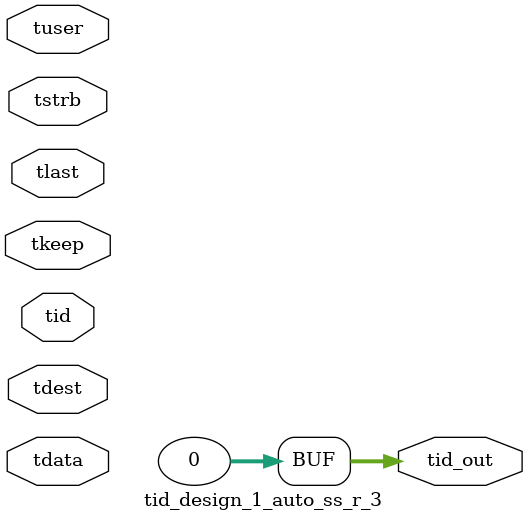
<source format=v>


`timescale 1ps/1ps

module tid_design_1_auto_ss_r_3 #
(
parameter C_S_AXIS_TID_WIDTH   = 1,
parameter C_S_AXIS_TUSER_WIDTH = 0,
parameter C_S_AXIS_TDATA_WIDTH = 0,
parameter C_S_AXIS_TDEST_WIDTH = 0,
parameter C_M_AXIS_TID_WIDTH   = 32
)
(
input  [(C_S_AXIS_TID_WIDTH   == 0 ? 1 : C_S_AXIS_TID_WIDTH)-1:0       ] tid,
input  [(C_S_AXIS_TDATA_WIDTH == 0 ? 1 : C_S_AXIS_TDATA_WIDTH)-1:0     ] tdata,
input  [(C_S_AXIS_TUSER_WIDTH == 0 ? 1 : C_S_AXIS_TUSER_WIDTH)-1:0     ] tuser,
input  [(C_S_AXIS_TDEST_WIDTH == 0 ? 1 : C_S_AXIS_TDEST_WIDTH)-1:0     ] tdest,
input  [(C_S_AXIS_TDATA_WIDTH/8)-1:0 ] tkeep,
input  [(C_S_AXIS_TDATA_WIDTH/8)-1:0 ] tstrb,
input                                                                    tlast,
output [(C_M_AXIS_TID_WIDTH   == 0 ? 1 : C_M_AXIS_TID_WIDTH)-1:0       ] tid_out
);

assign tid_out = {1'b0};

endmodule


</source>
